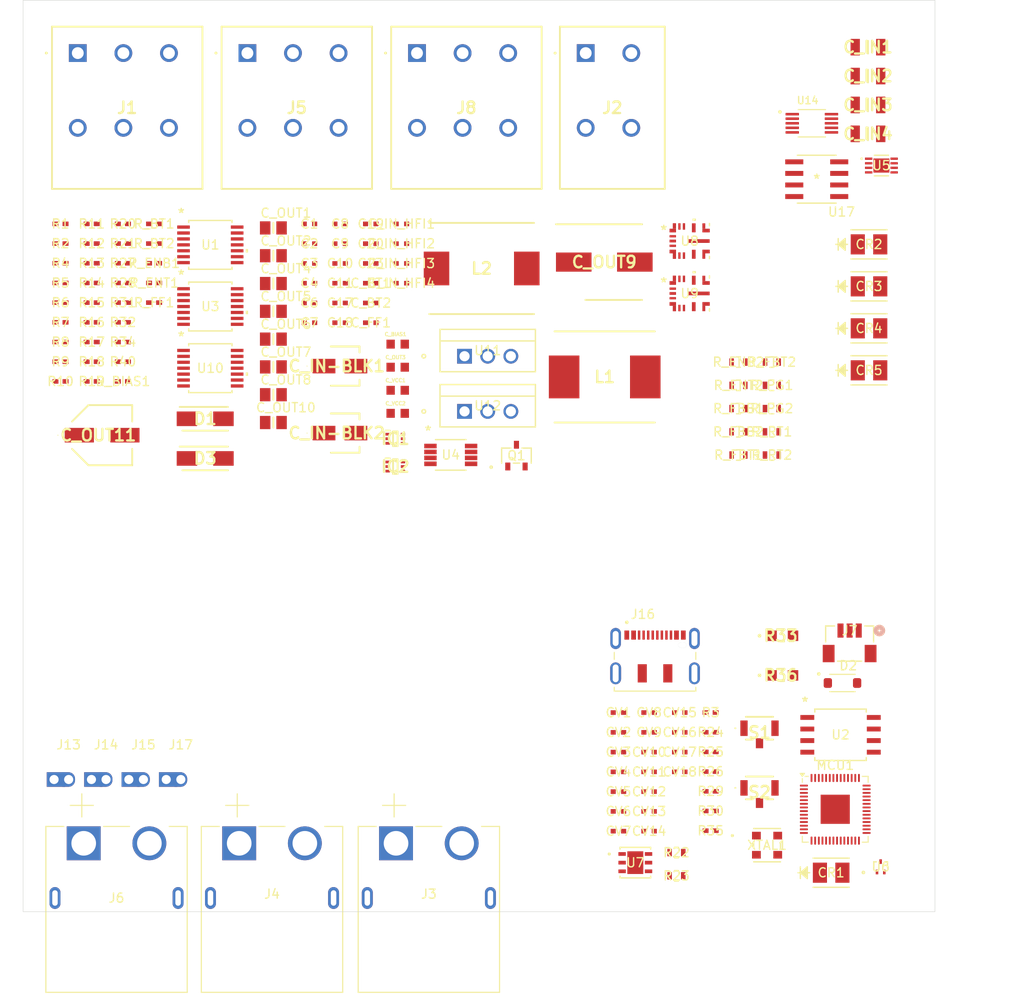
<source format=kicad_pcb>
(kicad_pcb (version 20240108) (generator "pcbnew") (generator_version "8.0")
  (layers (0 "F.Cu" signal) (1 "In1.Cu" signal) (2 "In2.Cu" signal) (3 "In3.Cu" signal) (4 "In4.Cu" signal) (31 "B.Cu" signal) (34 "B.Paste" user) (35 "F.Paste" user) (36 "B.SilkS" user "B.Silkscreen") (37 "F.SilkS" user "F.Silkscreen") (38 "B.Mask" user) (39 "F.Mask" user) (44 "Edge.Cuts" user))
  (net 0 "")
  (net 1 "Net-(U1-T+)")
  (net 2 "Net-(U1-T-)")
  (net 3 "GND")
  (net 4 "+3.3V")
  (net 5 "Net-(U3-T+)")
  (net 6 "Net-(U3-T-)")
  (net 7 "+5V")
  (net 8 "Net-(U10-T-)")
  (net 9 "Net-(U10-T+)")
  (net 10 "Net-(U4-EN)")
  (net 11 "Net-(CR1-Pad2)")
  (net 12 "Net-(CR2-Pad1)")
  (net 13 "Net-(CR3-Pad1)")
  (net 14 "Net-(CR4-Pad1)")
  (net 15 "Net-(CR5-Pad1)")
  (net 16 "Net-(MCU1-RUN)")
  (net 17 "Net-(MCU1-VREG_VOUT)")
  (net 18 "/5V REG")
  (net 19 "Net-(U8-BIAS)")
  (net 20 "Net-(U8-CBOOT)")
  (net 21 "Net-(U8-SW)")
  (net 22 "Net-(U9-SW)")
  (net 23 "Net-(U9-CBOOT)")
  (net 24 "Net-(C_FF1-Pad1)")
  (net 25 "Net-(U8-FB)")
  (net 26 "+16V")
  (net 27 "+12V")
  (net 28 "/DC.DC2 PGOOD")
  (net 29 "/DC.DC1 PGOOD")
  (net 30 "Net-(D1-A)")
  (net 31 "Net-(D2-PadA)")
  (net 32 "Net-(D3-A)")
  (net 33 "/THERMO2_~{CS}")
  (net 34 "Net-(IC1-E1)")
  (net 35 "/THERMO1_~{CS}")
  (net 36 "Net-(IC1-E2)")
  (net 37 "/THERMO3_~{CS}")
  (net 38 "/RS_ENABLE")
  (net 39 "Net-(IC2-E1)")
  (net 40 "Net-(IC2-E2)")
  (net 41 "/THERMO1 T+")
  (net 42 "/THERMO1 T-")
  (net 43 "/THERMO2 T+")
  (net 44 "Net-(J2-1.1)")
  (net 45 "Net-(J2-2.1)")
  (net 46 "/ADC_AIN0")
  (net 47 "Net-(J7-Pad3)")
  (net 48 "Net-(J7-Pad1)")
  (net 49 "/THERMO2 T-")
  (net 50 "/THERMO3 T+")
  (net 51 "/THERMO3 T-")
  (net 52 "/RP2040 Standard/GP26_ADC0")
  (net 53 "/RP2040 Standard/GP27_ADC1")
  (net 54 "/RP2040 Standard/GP28_ADC2")
  (net 55 "/RP2040 Standard/USB_DM")
  (net 56 "Net-(J16-CC2)")
  (net 62 "Net-(J16-CC1)")
  (net 63 "/RP2040 Standard/USB_DP")
  (net 67 "/RP2040 Standard/GP29_ADC3")
  (net 68 "/THERMO1_~{FAULT}")
  (net 69 "/THERMO3_~{FAULT}")
  (net 70 "/THERMO1_~{DRDY}")
  (net 71 "Net-(MCU1-SWCLK)")
  (net 72 "/RP2040 Standard/MCU QSPI_SD2")
  (net 73 "Net-(MCU1-SWD)")
  (net 74 "/ADC RDY")
  (net 75 "/TEMP SDL I2C")
  (net 76 "CRYSTAL")
  (net 77 "/RP2040 Standard/MCU QSPI_SD0")
  (net 78 "/RP2040 Standard/MCU QSPI_SD3")
  (net 79 "/Valve Control 1")
  (net 80 "Net-(MCU1-USB_DM)")
  (net 81 "/RP2040 Standard/MCU QSPI_SS")
  (net 82 "/RS_TX")
  (net 83 "/TEMP ALERT")
  (net 84 "Net-(MCU1-GPIO25)")
  (net 85 "/RP2040 Standard/MCU QSPI_SCLK")
  (net 86 "/SPI_SCK")
  (net 87 "/SPI_MOSI")
  (net 88 "/Valve Control 2")
  (net 89 "/THERMO2_~{FAULT}")
  (net 90 "Net-(MCU1-USB_DP)")
  (net 91 "/TEMP SDA I2C")
  (net 92 "/ADC SDL I2C")
  (net 93 "/THERMO3_~{DRDY}")
  (net 94 "/ADC SDA I2C")
  (net 95 "/RP2040 Standard/MCU QSPI_SD1")
  (net 96 "/SPI_MISO")
  (net 98 "/RS_RX")
  (net 99 "/THERMO2_~{DRDY}")
  (net 100 "Net-(Q1-D)")
  (net 101 "/RP2040 Standard/~{RST}")
  (net 102 "Net-(XTAL1-TRI-STATE(STBY))")
  (net 103 "Net-(U14-SCL)")
  (net 104 "/RP2040 Standard/~{USB_BOOT}")
  (net 105 "Net-(U14-SDA)")
  (net 106 "Net-(U8-RBOOT)")
  (net 107 "Net-(U9-RBOOT)")
  (net 108 "Net-(U8-EN{slash}SYNC)")
  (net 109 "Net-(U9-EN{slash}SYNC)")
  (net 110 "Net-(U9-FB)")
  (net 111 "Net-(U8-RT)")
  (net 112 "Net-(U9-RT)")
  (footprint "Resistor-0402:RES_0402" (layer "F.Cu") (at 108.525603 74.0188)
    (property "Reference" "R14")
    (property "Value" "10k")
  )
  (footprint "Capacitor-0603:Capacitor_0603" (layer "F.Cu") (at 142.083206 80.7324)
    (property "Reference" "C_BIAS1")
    (property "Value" "1u")
  )
  (footprint "Resistor-0805:RES_0805" (layer "F.Cu") (at 184.2578 112.7274)
    (property "Reference" "R33")
    (property "Value" "5k1" (hide yes))
  )
  (footprint "Resistor-0402:RES_0402" (layer "F.Cu") (at 105.104005 74.0188)
    (property "Reference" "R5")
    (property "Value" "2k")
  )
  (footprint "Capacitor-0402:Capacitor_0402" (layer "F.Cu") (at 135.766506 76.2152)
    (property "Reference" "C17")
    (property "Value" "10nF")
  )
  (footprint "Capacitor-4mm:Capacitor_4mm" (layer "F.Cu") (at 135.748206 90.4924)
    (property "Reference" "C_IN-BLK2")
    (property "Value" "10u" (hide yes))
  )
  (footprint "Capacitor-0402:Capacitor_0402" (layer "F.Cu") (at 132.404306 76.2152)
    (property "Reference" "C6")
    (property "Value" "100nF")
  )
  (footprint "Resistor-0402:RES_0402" (layer "F.Cu") (at 108.525603 67.5376)
    (property "Reference" "R11")
    (property "Value" "20K")
  )
  (footprint "Capacitor-0402:Capacitor_0402" (layer "F.Cu") (at 169.6511 125.4934)
    (property "Reference" "CV10")
    (property "Value" "100nF")
  )
  (footprint "Resistor-0402:RES_0402" (layer "F.Cu") (at 111.947201 80.5)
    (property "Reference" "R34")
    (property "Value" "2k")
  )
  (footprint "Capacitor-0805:Capacitor_0805" (layer "F.Cu") (at 128.448206 71.0324)
    (property "Reference" "C_OUT2")
    (property "Value" "22u")
  )
  (footprint "Resistor-0402:RES_0402" (layer "F.Cu") (at 176.398599 134.115)
    (property "Reference" "R35")
    (property "Value" "1k")
  )
  (footprint "Resistor-0402:RES_0402" (layer "F.Cu") (at 105.104005 71.8584)
    (property "Reference" "R4")
    (property "Value" "200k")
  )
  (footprint "Pico_Conn1x1:Pico_01pin" (layer "F.Cu") (at 110.1002 128.5)
    (property "Reference" "J14")
    (property "Value" "Conn_01x01_Socket")
  )
  (footprint "Resistor-0402:RES_0402" (layer "F.Cu") (at 176.398599 131.9546)
    (property "Reference" "R30")
    (property "Value" "665")
  )
  (footprint "Resistor-0603:RES_0603" (layer "F.Cu") (at 179.45 90.3506)
    (property "Reference" "R_FBB2")
    (property "Value" "9k09")
  )
  (footprint "Capacitor-0402:Capacitor_0402" (layer "F.Cu") (at 139.128706 69.71)
    (property "Reference" "C20")
    (property "Value" "10nF")
  )
  (footprint "LED-Green_VLMC3100-GS08:LED_PLCC_VSMB" (layer "F.Cu") (at 193.7681 79)
    (property "Reference" "CR4")
    (property "Value" "VLMC3100-GS08")
  )
  (footprint "Resistor-0402:RES_0402" (layer "F.Cu") (at 105.104005 76.1792)
    (property "Reference" "R6")
    (property "Value" "100")
  )
  (footprint "NMOS_2N7002:PG-SOT23-3-5_INF_MIN" (layer "F.Cu") (at 155.105006 92.9632)
    (property "Reference" "Q1")
    (property "Value" "2N7002H6327XTSA2")
  )
  (footprint "Capacitor-0402:Capacitor_0402" (layer "F.Cu") (at 132.404306 74.0468)
    (property "Reference" "C4")
    (property "Value" "10nF")
  )
  (footprint "Resistor-0603:RES_0603" (layer "F.Cu") (at 179.45 85.2518)
    (property "Reference" "R_ENT2")
    (property "Value" "1.15M")
  )
  (footprint "Capacitor-0402:Capacitor_0402" (layer "F.Cu") (at 166.2889 134.167)
    (property "Reference" "CV7")
    (property "Value" "100nF")
  )
  (footprint "Capacitor-0402:Capacitor_0402" (layer "F.Cu") (at 166.2889 121.1566)
    (property "Reference" "CV1")
    (property "Value" "1uF")
  )
  (footprint "Conn XT60PW-M:AMASS_XT60PW-M" (layer "F.Cu") (at 145.5 141.5 180)
    (property "Reference" "J3")
    (property "Value" "XT60PW-M")
  )
  (footprint "Capacitor-0402:Capacitor_0402" (layer "F.Cu") (at 135.766506 69.71)
    (property "Reference" "C9")
    (property "Value" "10nF")
  )
  (footprint "Capacitor-0603:Capacitor_0603" (layer "F.Cu") (at 142.083206 83.2624)
    (property "Reference" "C_OUT3")
    (property "Value" "1u")
  )
  (footprint "Resistor-0402:RES_0402" (layer "F.Cu") (at 111.947201 74.0188)
    (property "Reference" "R28")
    (property "Value" "100")
  )
  (footprint "Resistor-0402:RES_0402" (layer "F.Cu") (at 111.947201 82.6604)
    (property "Reference" "R40")
    (property "Value" "2k")
  )
  (footprint "Capacitor-0402:Capacitor_0402" (layer "F.Cu") (at 169.6511 129.8302)
    (property "Reference" "CV12")
    (property "Value" "100nF")
  )
  (footprint "Pico_Conn1x1:Pico_01pin" (layer "F.Cu") (at 118.3006 128.5)
    (property "Reference" "J17")
    (property "Value" "Conn_01x01_Socket")
  )
  (footprint "Pico_Conn1x1:Pico_01pin" (layer "F.Cu") (at 106 128.5)
    (property "Reference" "J13")
    (property "Value" "Conn_01x01_Socket")
  )
  (footprint "LED-Green_VLMC3100-GS08:LED_PLCC_VSMB" (layer "F.Cu") (at 193.7681 69.7864)
    (property "Reference" "CR2")
    (property "Value" "VLMC3100-GS08")
  )
  (footprint "Capacitor-0603:Capacitor_0603" (layer "F.Cu") (at 142.083206 85.7924)
    (property "Reference" "C_VCC1")
    (property "Value" "1u")
  )
  (footprint "MCP9808-TempSensor:DFN8_2x3MC_MCH" (layer "F.Cu") (at 195.126601 61.1383)
    (property "Reference" "U5")
    (property "Value" "MCP9808T-E/MC")
  )
  (footprint "Inductor-10.1x10:Inductor_10.1x10" (layer "F.Cu") (at 164.783206 84.3324)
    (property "Reference" "L1")
    (property "Value" "15u" (hide yes))
  )
  (footprint "Capacitor-0402:Capacitor_0402" (layer "F.Cu") (at 135.766506 74.0468)
    (property "Reference" "C11")
    (property "Value" "100 nF")
  )
  (footprint "Resistor-0402:RES_0402" (layer "F.Cu") (at 108.525603 78.3396)
    (property "Reference" "R16")
    (property "Value" "120")
  )
  (footprint "Resistor-0402:RES_0402" (layer "F.Cu") (at 176.398599 125.4734)
    (property "Reference" "R25")
    (property "Value" "100")
  )
  (footprint "Resistor-0402:RES_0402" (layer "F.Cu") (at 108.525603 76.1792)
    (property "Reference" "R15")
    (property "Value" "20K")
  )
  (footprint "Resistor-0402:RES_0402" (layer "F.Cu") (at 108.525603 69.698)
    (property "Reference" "R12")
    (property "Value" "2k")
  )
  (footprint "AS12MHz:ASE-3.2X2.5_ABR" (layer "F.Cu") (at 182.5874 135.7044)
    (property "Reference" "XTAL1")
    (property "Value" "ASE-12.000MHZ-LC-T")
  )
  (footprint "Conn XT60PW-M:AMASS_XT60PW-M" (layer "F.Cu") (at 128.3 141.5 180)
    (property "Reference" "J4")
    (property "Value" "XT60PW-M")
  )
  (footprint "Resistor-0402:RES_0402" (layer "F.Cu") (at 111.947201 78.3396)
    (property "Reference" "R32")
    (property "Value" "100")
  )
  (footprint "Resistor-0402:RES_0402" (layer "F.Cu") (at 115.368799 69.698)
    (property "Reference" "R_BT2")
    (property "Value" "50")
  )
  (footprint "Resistor-0402:RES_0402" (layer "F.Cu") (at 111.947201 84.8208)
    (property "Reference" "R_BIAS1")
    (property "Value" "10")
  )
  (footprint "2 PNP:SOTFL50P160X60-6N" (layer "F.Cu") (at 141.823206 94.1624)
    (property "Reference" "IC2")
    (property "Value" "NSVT30010MXV6T1G" (hide yes))
  )
  (footprint "Capacitor-0402:Capacitor_0402" (layer "F.Cu") (at 139.128706 78.3836)
    (property "Reference" "C_FF1")
    (property "Value" "22p")
  )
  (footprint "NMOS IRLZ44:PG-TO220-3_INF" (layer "F.Cu") (at 149.413006 82.057)
    (property "Reference" "U11")
    (property "Value" "IRLZ44NPBF")
  )
  (footprint "Capacitor-0402:Capacitor_0402" (layer "F.Cu") (at 135.766506 78.3836)
    (property "Reference" "C18")
    (property "Value" "10nF")
  )
  (footprint "Resistor-0402:RES_0402" (layer "F.Cu") (at 108.525603 80.5)
    (property "Reference" "R17")
    (property "Value" "10k")
  )
  (footprint "Capacitor-0402:Capacitor_0402" (layer "F.Cu") (at 132.404306 71.8784)
    (property "Reference" "C3")
    (property "Value" "10nF")
  )
  (footprint "Resistor-0603:RES_0603" (layer "F.Cu") (at 179.45 82.7024)
    (property "Reference" "R_ENB2")
    (property "Value" "100k")
  )
  (footprint "Resistor-0402:RES_0402" (layer "F.Cu") (at 108.525603 84.8208)
    (property "Reference" "R19")
    (property "Value" "1k")
  )
  (footprint "2 PNP:SOTFL50P160X60-6N" (layer "F.Cu") (at 141.823206 91.1124)
    (property "Reference" "IC1")
    (property "Value" "NSVT30010MXV6T1G" (hide yes))
  )
  (footprint "Resistor-0603:RES_0603" (layer "F.Cu") (at 183.1104 87.8012)
    (property "Reference" "R_PG2")
    (property "Value" "100K")
  )
  (footprint "LDO ST1L05A:DFN_5APU33R_STM" (layer "F.Cu") (at 168.1406 137.622)
    (property "Reference" "U7")
    (property "Value" "ST1L05APU33R")
  )
  (footprint "Capacitor-0402:Capacitor_0402" (layer "F.Cu") (at 173.0133 123.325)
    (property "Reference" "CV16")
    (property "Value" "4.7uF")
  )
  (footprint "Capacitor-1206:Capacitor_1206" (layer "F.Cu") (at 193.654201 54.4898)
    (property "Reference" "C_IN3")
    (property "Value" "4.7u" (hide yes))
  )
  (footprint "Resistor-0402:RES_0402" (layer "F.Cu") (at 115.368799 74.0188)
    (property "Reference" "R_ENT1")
    (property "Value" "400k")
  )
  (footprint "SWD_Con:CONN_BM03B-SRSS-TBLFSN_JST" (layer "F.Cu") (at 191.6405 113.5857)
    (property "Reference" "J7")
    (property "Value" "BM03B-SRSS-TBLFSN")
  )
  (footprint "Resistor-0402:RES_0402" (layer "F.Cu") (at 176.398599 129.7942)
    (property "Reference" "R29")
    (property "Value" "10k")
  )
  (footprint "LED-Green_VLMC3100-GS08:LED_PLCC_VSMB" (layer "F.Cu") (at 193.7681 74.3932)
    (property "Reference" "CR3")
    (property "Value" "VLMC3100-GS08")
  )
  (footprint "Capacitor-0402:Capacitor_0402" (layer "F.Cu") (at 169.6511 127.6618)
    (property "Reference" "CV11")
    (property "Value" "100nF")
  )
  (footprint "Resistor-0402:RES_0402" (layer "F.Cu") (at 115.368799 76.1792)
    (property "Reference" "R_FF1")
    (property "Value" "1k")
  )
  (footprint "ADS1114:ADS1114" (layer "F.Cu") (at 187.5 56.5)
    (property "Reference" "U14")
    (property "Value" "ADS1114IRUGR")
  )
  (footprint "Capacitor-0402:Capacitor_0402" (layer "F.Cu") (at 169.6511 134.167)
    (property "Reference" "CV14")
    (property "Value" "100nF")
  )
  (footprint "Capacitor-0805:Capacitor_0805" (layer "F.Cu") (at 128.448206 67.9824)
    (property "Reference" "C_OUT1")
    (property "Value" "22u")
  )
  (footprint "Capacitor-0805:Capacitor_0805" (layer "F.Cu") (at 128.448206 89.3324)
    (property "Reference" "C_OUT10")
    (property "Value" "10u")
  )
  (footprint "NOR Flash:SOIC_208MIL_WIN" (layer "F.Cu") (at 190.6449 123.595)
    (property "Reference" "U2")
    (property "Value" "W25Q128JVSIQ TR")
  )
  (footprint "Conn XT60PW-M:AMASS_XT60PW-M" (layer "F.Cu") (at 111.25 141.5 180)
    (property "Reference" "J6")
    (property "Value" "XT60PW-M")
  )
  (footprint "Capacitor-0402:Capacitor_0402" (layer "F.Cu") (at 166.2889 129.8302)
    (property "Reference" "CV5")
    (property "Value" "100nF")
  )
  (footprint "Diode-Schottky_PMEG2010ER:SODFL3517X110N" (layer "F.Cu") (at 190.8578 117.9124)
    (property "Reference" "D2")
    (property "Value" "PMEG2010ER")
  )
  (footprint "Capacitor-0805:Capacitor_0805" (layer "F.Cu") (at 128.448206 86.2824)
    (property "Reference" "C_OUT8")
    (property "Value" "10u")
  )
  (footprint "LPT Conn 3 Entradas:1190298" (layer "F.Cu") (at 144.2 48.8)
    (property "Reference" "J8")
    (property "Value" "1190298" (hide yes))
  )
  (footprint "Resistor-0402:RES_0402" (layer "F.Cu") (at 176.398599 127.6338)
    (property "Reference" "R26")
    (property "Value" "1k")
  )
  (footprint "Capacitor-0402:Capacitor_0402" (layer "F.Cu") (at 142.490906 71.8784)
    (property "Reference" "C_IN_HFI3")
    (property "Value" "100n")
  )
  (footprint "Capacitor-0402:Capacitor_0402" (layer "F.Cu") (at 166.2889 125.4934)
    (property "Reference" "CV3")
    (property "Value" "1uF")
  )
  (footprint "Resistor-0402:RES_0402" (layer "F.Cu") (at 176.398599 121.1526)
    (property "Reference" "R3")
    (property "Value" "1k")
  )
  (footprint "Capacitor-0402:Capacitor_0402" (layer "F.Cu") (at 132.404306 67.5416)
    (property "Reference" "C1")
    (property "Value" "100nF")
  )
  (footprint "Capacitor-0402:Capacitor_0402" (layer "F.Cu") (at 139.128706 71.8784)
    (property "Reference" "C23")
    (property "Value" "100nF")
  )
  (footprint "Resistor-0603:RES_0603" (layer "F.Cu") (at 183.1104 85.2518)
    (property "Reference" "R_PG1")
    (property "Value" "100K")
  )
  (footprint "Capacitor-0805:Capacitor_0805" (layer "F.Cu") (at 128.448206 77.1324)
    (property "Reference" "C_OUT5")
    (property "Value" "22u")
  )
  (footprint "Capacitor-0402:Capacitor_0402" (layer "F.Cu") (at 139.128706 74.0468)
    (property "Reference" "C_BT1")
    (property "Value" "100n")
  )
  (footprint "Resistor-0603:RES_0603" (layer "F.Cu") (at 183.1104 90.3506)
    (property "Reference" "R_RT1")
    (property "Value" "33k2")
  )
  (footprint "Capacitor-0805:Capacitor_0805" (layer "F.Cu") (at 128.448206 74.0824)
    (property "Reference" "C_OUT4")
    (property "Value" "10u")
  )
  (footprint "Capacitor-0402:Capacitor_0402" (layer "F.Cu") (at 169.6511 123.325)
    (property "Reference" "CV9")
    (property "Value" "100nF")
  )
  (footprint "Pico_Conn1x1:Pico_01pin" (layer "F.Cu") (at 114.2004 128.5)
    (property "Reference" "J15")
    (property "Value" "Conn_01x01_Socket")
  )
  (footprint "Capacitor-0402:Capacitor_0402" (layer "F.Cu") (at 166.2889 131.9986)
    (property "Reference" "CV6")
    (property "Value" "1uF")
  )
  (footprint "Capacitor-0805:Capacitor_0805" (layer "F.Cu") (at 128.448206 83.2324)
    (property "Reference" "C_OUT7")
    (property "Value" "22u")
  )
  (footprint "Thermocouple:21-0066J_14_MXM" (layer "F.Cu") (at 121.535606 69.8403)
    (property "Reference" "U1")
    (property "Value" "MAX31856MUD+T")
  )
  (footprint "Capacitor-4mm:Capacitor_4mm" (layer "F.Cu") (at 135.748206 83.1424)
    (property "Reference" "C_IN-BLK1")
    (property "Value" "10u" (hide yes))
  )
  (footprint "E-Switch_Small:TL1017AABF160QG" (layer "F.Cu") (at 181.7578 122.8724)
    (property "Reference" "S1")
    (property "Value" "TL1017AABF160QG" (hide yes))
  )
  (footprint "Capacitor-0402:Capacitor_0402" (layer "F.Cu") (at 132.404306 69.71)
    (property "Reference" "C2")
    (property "Value" "10nF")
  )
  (footprint "Resistor-0402:RES_0402" (layer "F.Cu") (at 105.104005 80.5)
    (property "Reference" "R8")
    (property "Value" "10K")
  )
  (footprint "Capacitor-1206:Capacitor_1206" (layer "F.Cu") (at 193.654201 51.3198)
    (property "Reference" "C_IN2")
    (property "Value" "4.7u" (hide yes))
  )
  (footprint "DCDC_LM61460:VQFN-HR14_RJR_TEX" (layer "F.Cu") (at 174.099005 69.420999)
    (property "Reference" "U8")
    (property "Value" "LM61460AASQRJRRQ1")
  )
  (footprint "Capacitor-1206:Capacitor_1206" (layer "F.Cu") (at 193.654201 48.1498)
    (property "Reference" "C_IN1")
    (property "Value" "4.7u" (hide yes))
  )
  (footprint "Resistor-0603:RES_0603" (layer "F.Cu") (at 179.45 92.9)
    (property "Reference" "R_FBT1")
    (property "Value" "100K")
  )
  (footprint "Resistor-0603:RES_0603" (layer "F.Cu") (at 183.1104 82.7024)
    (property "Reference" "R_FBT2")
    (property "Value" "100K")
  )
  (footprint "E-Switch_Small:TL1017AABF160QG" (layer "F.Cu") (at 181.7578 129.4224)
    (property "Reference" "S2")
    (property "Value" "TL1017AABF160QG" (hide yes))
  )
  (footprint "Capacitor-6mm:Capacitor_6mm" (layer "F.Cu") (at 109.668206 90.7224)
    (property "Reference" "C_OUT11")
    (property "Value" "100u" (hide yes))
  )
  (footprint "RS Transceiver:21-0041-3-M_90-0096-8L_MXM" (layer "F.Cu") (at 188.035001 62.635)
    (property "Reference" "U17")
    (property "Value" "MAX485CSA+T")
  )
  (footprint "Resistor-0402:RES_0402" (layer "F.Cu") (at 105.104005 82.6604)
    (property "Reference" "R9")
    (property "Value" "10K")
  )
  (footprint "Resistor-0402:RES_0402" (layer "F.Cu") (at 108.525603 82.6604)
    (property "Reference" "R18")
    (property "Value" "1k")
  )
  (footprint "USBC-DX07S016JA1:JAE_DX07S016JA1R1500" (layer "F.Cu") (at 170.3028 113.7524)
    (property "Reference" "J16")
    (property "Value" "DX07S016JA1R1500")
    (fp_line (start 2.875 -0.315) (end 3.125 -0.315) (stroke (width 0.01)) (layer "Edge.Cuts"))
    (fp_line (start 3.125 0.315) (end 2.875 0.315) (stroke (width 0.01)) (layer "Edge.Cuts"))
    (fp_arc (start 2.56 0) (mid 2.652261 -0.222739) (end 2.875 -0.315) (stroke (width 0.01)) (layer "Edge.Cuts"))
    (fp_arc (start 2.875 0.315) (mid 2.652261 0.222739) (end 2.56 0) (stroke (width 0.01)) (layer "Edge.Cuts"))
    (fp_arc (start 3.125 -0.315) (mid 3.347739 -0.222739) (end 3.44 0) (stroke (width 0.01)) (layer "Edge.Cuts"))
    (fp_arc (start 3.44 0) (mid 3.347739 0.222739) (end 3.125 0.315) (stroke (width 0.01)) (layer "Edge.Cuts"))
  )
  (footprint "Capacitor-0402:Capacitor_0402" (layer "F.Cu") (at 135.766506 71.8784)
    (property "Reference" "C10")
    (property "Value" "10nF")
  )
  (footprint "DCDC_LM61460:VQFN-HR14_RJR_TEX" (layer "F.Cu") (at 174.099005 75.170397)
    (property "Reference" "U9")
    (property "Value" "LM61460AASQRJRRQ1")
  )
  (footprint "Inductor-11.5x10:Inductor_11.5x10" (layer "F.Cu") (at 151.288206 72.4324)
    (property "Reference" "L2")
    (property "Value" "10u" (hide yes))
  )
  (footprint "Resistor-0402:RES_0402" (layer "F.Cu") (at 111.947201 76.1792)
    (property "Reference" "R31")
    (property "Value" "2k")
  )
  (footprint "LPT Conn 2 Entradas:1190297" (layer "F.Cu") (at 162.7 48.8)
    (property "Reference" "J2")
    (property "Value" "1190297" (hide yes))
  )
  (footprint "LPT Conn 3 Entradas:1190298" (layer "F.Cu") (at 125.6 48.8)
    (property "Reference" "J5")
    (property "Value" "1190298" (hide yes))
  )
  (footprint "Capacitor-8mm:Capacitor_8mm" (layer "F.Cu") (at 164.738206 71.7324)
    (property "Reference" "C_OUT9")
    (property "Value" "560u" (hide yes))
  )
  (footprint "I2C Voltage Translator:TSSOP8_SOT505-1_NXP" (layer "F.Cu") (at 147.901706 92.887)
    (property "Reference" "U4")
    (property "Value" "PCA9306DP_118")
  )
  (footprint "Resistor-0805:RES_0805" (layer "F.Cu") (at 184.2578 117.0774)
    (property "Reference" "R36")
    (property "Value" "5k1" (hide yes))
  )
  (footprint "Capacitor-0402:Capacitor_0402" (layer "F.Cu") (at 139.128706 67.5416)
    (property "Reference" "C19")
    (property "Value" "100nF")
  )
  (footprint "Capacitor-0402:Capacitor_0402" (layer "F.Cu") (at 135.766506 67.5416)
    (property "Reference" "C8")
    (property "Value" "10nF")
  )
  (footprint "LED-Green_VLMC3100-GS08:LED_PLCC_VSMB" (layer "F.Cu") (at 193.7681 83.6068)
    (property "Reference" "CR5")
    (property "Value" "VLMC3100-GS08")
  )
  (footprint "Capacitor-0603:Capacitor_0603" (layer "F.Cu") (at 142.083206 88.3224)
    (property "Reference" "C_VCC2")
    (property "Value" "1u")
  )
  (footprint "Capacitor-0402:Capacitor_0402" (layer "F.Cu") (at 173.0133 125.4934)
    (property "Reference" "CV17")
    (property "Value" "1uF")
  )
  (footprint "Capacitor-0402:Capacitor_0402" (layer "F.Cu") (at 132.404306 78.3836)
    (property "Reference" "C7")
    (property "Value" "10nF")
  )
  (footprint "Resistor-0402:RES_0402" (layer "F.Cu") (at 105.104005 84.8208)
    (property "Reference" "R10")
    (property "Value" "10K")
  )
  (footprint "Capacitor-0402:Capacitor_0402" (layer "F.Cu") (at 142.490906 67.5416)
    (property "Reference" "C_IN_HFI1")
    (property "Value" "100n")
  )
  (footprint "Capacitor-0402:Capacitor_0402" (layer "F.Cu") (at 139.128706 76.2152)
    (property "Reference" "C_BT2")
    (property "Value" "100n")
  )
  (footprint "Capacitor-0402:Capacitor_0402" (layer "F.Cu") (at 173.0133 127.6618)
    (property "Reference" "CV18")
    (property "Value" "100nF")
  )
  (footprint "Resistor-0402:RES_0402" (layer "F.Cu") (at 111.947201 67.5376)
    (property "Reference" "R20")
    (property "Value" "1k")
  )
  (footprint "Resistor-0603:RES_0603" (layer "F.Cu") (at 183.1104 92.9)
    (property "Reference" "R_RT2")
    (property "Value" "33k2")
  )
  (footprint "Diode-Schottky_RSX301L:DIOM5026X220N" (layer "F.Cu") (at 120.973206 93.2724)
    (property "Reference" "D3")
    (property "Value" "RSX301L-30DDTE25" (hide yes))
  )
  (footprint "Capacitor-0805:Capacitor_0805" (layer "F.Cu") (at 128.448206 80.1824)
    (property "Reference" "C_OUT6")
    (property "Value" "10u")
  )
  (footprint "Capacitor-0402:Capacitor_0402" (layer "F.Cu") (at 166.2889 123.325)
    (property "Reference" "CV2")
    (property "Value" "100nF")
  )
  (footprint "NMOS IRLZ44:PG-TO220-3_INF" (layer "F.Cu") (at 149.413006 88.1116)
    (property "Reference" "U12")
    (property "Value" "IRLZ44NPBF")
  )
  (footprint "LED-Green_VLMC3100-GS08:LED_PLCC_VSMB" (layer "F.Cu") (at 189.6162 138.7258)
    (property "Reference" "CR1")
    (property "Value" "VLMC3100-GS08")
  )
  (footprint "ESD7L5-Diode:SOT-723_0P85X1P25_ONS" (layer "F.Cu") (at 195.0433 138.0781)
    (property "Reference" "U6")
    (property "Value" "ESD7L5.0DT5G")
  )
  (footprint "Resistor-0603:RES_0603" (layer "F.Cu") (at 172.648 139.0665)
    (property "Reference" "R23")
    (property "Value" "27")
  )
  (footprint "Resistor-0402:RES_0402" (layer "F.Cu") (at 108.525603 71.8584)
    (property "Reference" "R13")
    (property "Value" "2k")
  )
  (footprint "Package_DFN_QFN:QFN-56-1EP_7x7mm_P0.4mm_EP3.2x3.2mm" (layer "F.Cu") (at 190.0628 131.7674)
    (property "Reference" "MCU1")
    (property "Value" "RP2040")
  )
  (footprint "Capacitor-0402:Capacitor_0402" (layer "F.Cu") (at 166.2889 127.6618)
    (property "Reference" "CV4")
    (property "Value" "100nF")
  )
  (footprint "Capacitor-0402:Capacitor_0402" (layer "F.Cu") (at 169.6511 131.9986)
    (property "Reference" "CV13")
    (property "Value" "1uF")
  )
  (footprint "Resistor-0402:RES_0402" (layer "F.Cu") (at 105.104005 78.3396)
    (property "Reference" "R7")
    (property "Value" "100")
  )
  (footprint "Resistor-0402:RES_0402" (layer "F.Cu") (at 111.947201 69.698)
    (property "Reference" "R21")
    (property "Value" "1k")
  )
  (footprint "Capacitor-0402:Capacitor_0402" (layer "F.Cu") (at 169.6511 121.1566)
    (property "Reference" "CV8")
    (property "Value" "100nF")
  )
  (footprint "Resistor-0402:RES_0402" (layer "F.Cu") (at 115.368799 67.5376)
    (property "Reference" "R_BT1")
    (property "Value" "100")
  )
  (footprint "Thermocouple:21-0066J_14_MXM" (layer "F.Cu") (at 121.535606 83.3719)
    (property "Reference" "U10")
    (property "Value" "MAX31856MUD+T")
  )
  (footprint "Resistor-0402:RES_0402" (layer "F.Cu") (at 111.947201 71.8584)
    (property "Reference" "R27")
    (property "Value" "2k")
  )
  (footprint "Resistor-0603:RES_0603" (layer "F.Cu") (at 172.648 136.5171)
    (property "Reference" "R22")
    (property "Value" "27")
  )
  (footprint "LPT Conn 3 Entradas:1190298" (layer "F.Cu") (at 107 48.8)
    (property "Reference" "J1")
    (property "Value" "1190298" (hide yes))
  )
  (footprint "Resistor-0603:RES_0603" (layer "F.Cu") (at 179.45 87.8012)
    (property "Reference" "R_FBB1")
    (property "Value" "24k9")
  )
  (footprint "Resistor-0402:RES_0402" (layer "F.Cu") (at 105.104005 67.5376)
    (property "Reference" "R1")
    (property "Value" "100")
  )
  (footprint "Capacitor-0402:Capacitor_0402" (layer "F.Cu") (at 142.490906 74.0468)
    (property "Reference" "C_IN_HFI4")
    (property "Value" "100n")
  )
  (footprint "Thermocouple:21-0066J_14_MXM" (layer "F.Cu") (at 121.535606 76.6061)
    (property "Reference" "U3")
    (property "Value" "MAX31856MUD+T")
  )
  (footprint "Capacitor-0402:Capacitor_0402" (layer "F.Cu") (at 173.0133 121.1566)
    (property "Reference" "CV15")
    (property "Value" "4.7uF")
  )
  (footprint "Resistor-0402:RES_0402" (layer "F.Cu") (at 176.398599 123.313)
    (property "Reference" "R24")
    (property "Value" "100")
  )
  (footprint "Capacitor-0402:Capacitor_0402" (layer "F.Cu") (at 142.490906 69.71)
    (property "Reference" "C_IN_HFI2")
    (property "Value" "100n")
  )
  (footprint "Diode-Schottky_RSX301L:DIOM5026X220N" (layer "F.Cu") (at 120.973206 88.9224)
    (property "Reference" "D1")
    (property "Value" "RSX301L-30DDTE25" (hide yes))
  )
  (footprint "Resistor-0402:RES_0402" (layer "F.Cu") (at 105.104005 69.698)
    (property "Reference" "R2")
    (property "Value" "100")
  )
  (footprint "Capacitor-1206:Capacitor_1206" (layer "F.Cu") (at 193.654201 57.6598)
    (property "Reference" "C_IN4")
    (property "Value" "4.7u" (hide yes))
  )
  (footprint "Resistor-0402:RES_0402" (layer "F.Cu") (at 115.368799 71.8584)
    (property "Reference" "R_ENB1")
    (property "Value" "35k")
  )
  (gr_rect (start 101 43) (end 201 143) (stroke (width 0.05)) (fill none) (layer "Edge.Cuts"))
)
</source>
